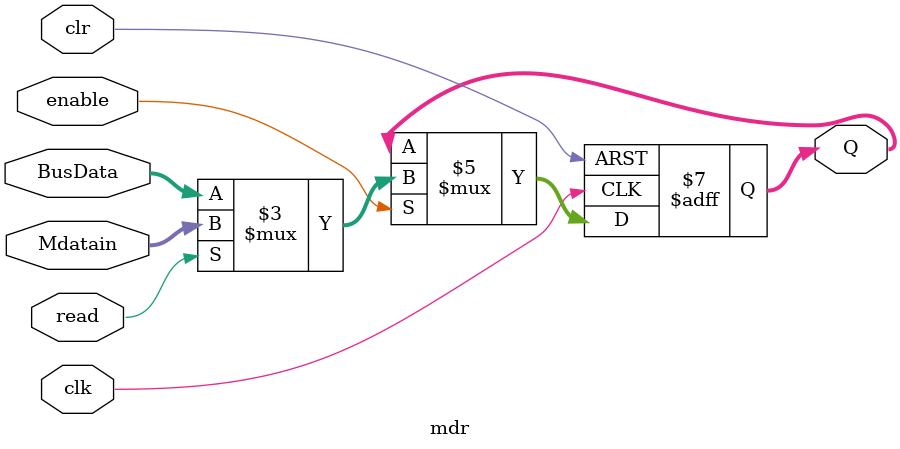
<source format=v>
module mdr(
    input wire clr,
    input wire clk,
    input wire enable,
    input wire read,
    input wire [31:0] BusData,
    input wire [31:0] Mdatain,
    output reg [31:0] Q
);

    always @(negedge clk or posedge clr) begin
        if (clr) begin
            Q <= 32'b0; // Clear register to zero on reset
        end else if (enable) begin
            if (read)
                Q <= Mdatain;
            else
                Q <= BusData;
        end
    end

endmodule

</source>
